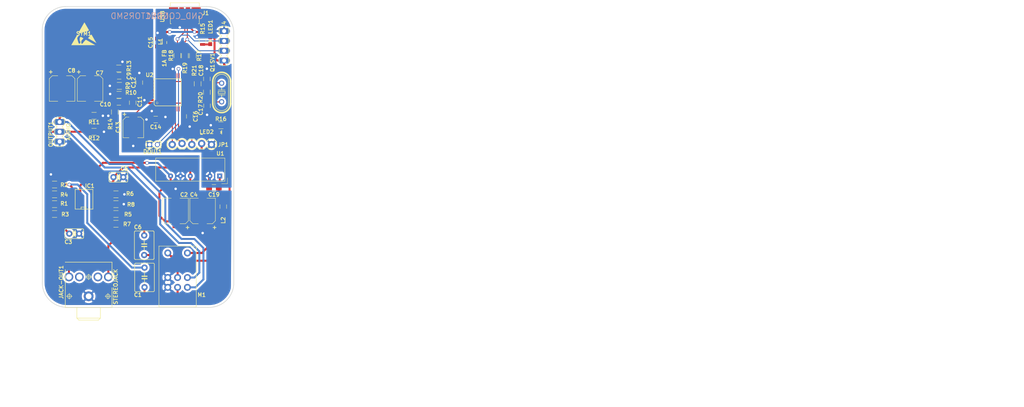
<source format=kicad_pcb>
(kicad_pcb (version 20171130) (host pcbnew "(5.1.6-0-10_14)")
  (title_block (title "USB DAC + CMOY") (date 2020-06-26) (rev 1.0) (company tinoest))
  (layers (0 Top signal) (31 Bottom signal) (34 B.Paste user) (35 F.Paste user) (36 B.SilkS user) (37 F.SilkS user) (38 B.Mask user) (39 F.Mask user) (44 Edge.Cuts user))
  (net 0 "")
  (net 1 GND)
  (net 2 V+)
  (net 3 V-)
  (net 4 INPUT_R)
  (net 5 INPUT_L)
  (net 6 OUTPUT_R)
  (net 7 OUTPUT_L)
  (net 8 AGND)
  (net 9 VDD)
  (net 10 /CMOY/L+)
  (net 11 /CMOY/VOLUME-OUT-L)
  (net 12 /CMOY/R+)
  (net 13 /CMOY/VOLUME-OUT-R)
  (net 14 /PCM2707/N$23)
  (net 15 /PCM2707/N$18)
  (net 16 /PCM2707/N$16)
  (net 17 /PCM2707/N$4)
  (net 18 /PCM2707/N$2)
  (net 19 /PCM2707/N$7)
  (net 20 /PCM2707/N$8)
  (net 21 /PCM2707/N$6)
  (net 22 /CMOY/OP-R)
  (net 23 /CMOY/R-)
  (net 24 /CMOY/L-)
  (net 25 /CMOY/OP-L)
  (net 26 VBUS)
  (net 27 /PCM2707/D-)
  (net 28 /PCM2707/D+)
  (net 29 /PCM2707/N$5)
  (net 30 /PCM2707/N$3)
  (net 31 /PCM2707/N$1)
  (net 32 /PCM2707/N$14)
  (net 33 /PCM2707//SSPND)
  (net 34 /PCM2707/N$22)
  (net 35 /PCM2707/N$21)
  (net 36 /PCM2707/N$9)
  (net 37 /PCM2707/N$10)
  (net 38 /PCM2707/N$15)
  (net 39 /PCM2707/N$17)
  (net 40 /PCM2707/N$13)
  (net 41 "Net-(C15-Pad1)")
  (net 42 "Net-(C19-Pad1)")
  (net 43 "Net-(L2-Pad1)")
  (module Symbols:ESD-Logo_6.6x6mm_SilkScreen (layer Top) (at 112.268 81.534)
    (fp_text reference SYM1 (at 0 0) (layer F.SilkS) (effects (font (thickness 0.2))))
    (fp_text value SYM_ESD_Small hide)
  )
  (module PCM2707:AUDIO-POTS_ALPS_RK0971221Z0X (layer Top) (at 136.525 144.6022 270)
    (fp_text reference M1 (at 4.4958 -6.223) (layer F.SilkS) (effects (font (thickness 0.2))))
    (fp_text value AUDIO-POTS_ALPS_RK0971221Z05)
    (pad S2 thru_hole circle (at -6.35 -2.54 270) (size 1.778 1.778) (drill 1.016) (layers *.Cu *.Paste *.Mask) (net 43 "Net-(L2-Pad1)"))
    (pad S1 thru_hole circle (at -6.35 2.54 270) (size 1.778 1.778) (drill 1.016) (layers *.Cu *.Paste *.Mask) (net 26 VBUS))
    (pad O2 thru_hole circle (at 0 0 270) (size 1.778 1.778) (drill 1.016) (layers *.Cu *.Paste *.Mask) (net 13 /CMOY/VOLUME-OUT-R))
    (pad O1 thru_hole circle (at 2.54 0 270) (size 1.778 1.778) (drill 1.016) (layers *.Cu *.Paste *.Mask) (net 11 /CMOY/VOLUME-OUT-L))
    (pad I2 thru_hole circle (at 0 -2.54 270) (size 1.778 1.778) (drill 1.016) (layers *.Cu *.Paste *.Mask) (net 4 INPUT_R))
    (pad I1 thru_hole circle (at 2.54 -2.54 270) (size 1.778 1.778) (drill 1.016) (layers *.Cu *.Paste *.Mask) (net 5 INPUT_L))
    (pad G2 thru_hole circle (at 0 2.54 270) (size 1.778 1.778) (drill 1.016) (layers *.Cu *.Paste *.Mask) (net 8 AGND))
    (pad G1 thru_hole circle (at 2.54 2.54 270) (size 1.778 1.778) (drill 1.016) (layers *.Cu *.Paste *.Mask) (net 8 AGND))
  )
  (module Capacitors_SMD:C_0805_HandSoldering (layer Top) (at 148.336 126.258 90)
    (fp_text reference L2 (at -3.536 0 90) (layer F.SilkS) (effects (font (thickness 0.2))))
    (fp_text value L)
    (pad 1 smd rect (at -1.25 0 90) (size 1.5 1.25) (layers Top F.Paste F.Mask) (net 43 "Net-(L2-Pad1)"))
    (pad 2 smd rect (at 1.25 0 90) (size 1.5 1.25) (layers Top F.Paste F.Mask) (net 42 "Net-(C19-Pad1)"))
  )
  (module SMD_Packages:SOIC-8-N (layer Top) (at 112.3188 124.3584 90)
    (fp_text reference IC1 (at 3.4544 1.4732 180) (layer F.SilkS) (effects (font (thickness 0.2))))
    (fp_text value OPA2134P)
    (pad 8 smd rect (at -1.905 -3.175 90) (size 0.508 1.143) (layers Top F.Paste F.Mask) (net 2 V+))
    (pad 7 smd rect (at -0.635 -3.175 90) (size 0.508 1.143) (layers Top F.Paste F.Mask) (net 25 /CMOY/OP-L))
    (pad 6 smd rect (at 0.635 -3.175 90) (size 0.508 1.143) (layers Top F.Paste F.Mask) (net 24 /CMOY/L-))
    (pad 5 smd rect (at 1.905 -3.175 90) (size 0.508 1.143) (layers Top F.Paste F.Mask) (net 10 /CMOY/L+))
    (pad 4 smd rect (at 1.905 3.175 90) (size 0.508 1.143) (layers Top F.Paste F.Mask) (net 3 V-))
    (pad 3 smd rect (at 0.635 3.175 90) (size 0.508 1.143) (layers Top F.Paste F.Mask) (net 12 /CMOY/R+))
    (pad 2 smd rect (at -0.635 3.175 90) (size 0.508 1.143) (layers Top F.Paste F.Mask) (net 23 /CMOY/R-))
    (pad 1 smd rect (at -1.905 3.175 90) (size 0.508 1.143) (layers Top F.Paste F.Mask) (net 22 /CMOY/OP-R))
  )
  (module Capacitors_SMD:C_0805_HandSoldering (layer Top) (at 145.923 121.412 180)
    (fp_text reference C19 (at 0 -1.75) (layer F.SilkS) (effects (font (thickness 0.2))))
    (fp_text value C)
    (pad 1 smd rect (at -1.25 0 180) (size 1.5 1.25) (layers Top F.Paste F.Mask) (net 42 "Net-(C19-Pad1)"))
    (pad 2 smd rect (at 1.25 0 180) (size 1.5 1.25) (layers Top F.Paste F.Mask) (net 1 GND))
  )
  (module PCM2707:PCM2707C (layer Top) (at 133.9596 96.6978 90)
    (fp_text reference U2 (at 4.4958 -4.6736 180) (layer F.SilkS) (effects (font (thickness 0.2))))
    (fp_text value PCM2707C)
    (pad 1 smd rect (at -4.2926 -2.79908 90) (size 1.27 0.5588) (layers Top F.Paste F.Mask) (net 1 GND))
    (pad 2 smd rect (at -4.2926 -1.99898 90) (size 1.27 0.5588) (layers Top F.Paste F.Mask) (net 18 /PCM2707/N$2))
    (pad 3 smd rect (at -4.2926 -1.19888 90) (size 1.27 0.5588) (layers Top F.Paste F.Mask) (net 1 GND))
    (pad 4 smd rect (at -4.2926 -0.39878 90) (size 1.27 0.5588) (layers Top F.Paste F.Mask))
    (pad 5 smd rect (at -4.2926 0.39878 90) (size 1.27 0.5588) (layers Top F.Paste F.Mask))
    (pad 6 smd rect (at -4.2926 1.19888 90) (size 1.27 0.5588) (layers Top F.Paste F.Mask) (net 31 /PCM2707/N$1))
    (pad 7 smd rect (at -4.2926 1.99898 90) (size 1.27 0.5588) (layers Top F.Paste F.Mask) (net 30 /PCM2707/N$3))
    (pad 8 smd rect (at -4.2926 2.79908 90) (size 1.27 0.5588) (layers Top F.Paste F.Mask) (net 29 /PCM2707/N$5))
    (pad 9 smd rect (at -2.79908 4.2926 90) (size 0.5588 1.27) (layers Top F.Paste F.Mask) (net 9 VDD))
    (pad 10 smd rect (at -1.99898 4.2926 90) (size 0.5588 1.27) (layers Top F.Paste F.Mask) (net 9 VDD))
    (pad 11 smd rect (at -1.19888 4.2926 90) (size 0.5588 1.27) (layers Top F.Paste F.Mask) (net 33 /PCM2707//SSPND))
    (pad 12 smd rect (at -0.39878 4.2926 90) (size 0.5588 1.27) (layers Top F.Paste F.Mask) (net 19 /PCM2707/N$7))
    (pad 13 smd rect (at 0.39878 4.2926 90) (size 0.5588 1.27) (layers Top F.Paste F.Mask) (net 20 /PCM2707/N$8))
    (pad 14 smd rect (at 1.19888 4.2926 90) (size 0.5588 1.27) (layers Top F.Paste F.Mask))
    (pad 15 smd rect (at 1.99898 4.2926 90) (size 0.5588 1.27) (layers Top F.Paste F.Mask) (net 38 /PCM2707/N$15))
    (pad 16 smd rect (at 2.79908 4.2926 90) (size 0.5588 1.27) (layers Top F.Paste F.Mask) (net 9 VDD))
    (pad 17 smd rect (at 4.2926 2.79908 90) (size 1.27 0.5588) (layers Top F.Paste F.Mask) (net 21 /PCM2707/N$6))
    (pad 18 smd rect (at 4.2926 1.99898 90) (size 1.27 0.5588) (layers Top F.Paste F.Mask))
    (pad 19 smd rect (at 4.2926 1.19888 90) (size 1.27 0.5588) (layers Top F.Paste F.Mask))
    (pad 20 smd rect (at 4.2926 0.39878 90) (size 1.27 0.5588) (layers Top F.Paste F.Mask) (net 1 GND))
    (pad 21 smd rect (at 4.2926 -0.39878 90) (size 1.27 0.5588) (layers Top F.Paste F.Mask) (net 9 VDD))
    (pad 22 smd rect (at 4.2926 -1.19888 90) (size 1.27 0.5588) (layers Top F.Paste F.Mask) (net 37 /PCM2707/N$10))
    (pad 23 smd rect (at 4.2926 -1.99898 90) (size 1.27 0.5588) (layers Top F.Paste F.Mask) (net 36 /PCM2707/N$9))
    (pad 24 smd rect (at 4.2926 -2.79908 90) (size 1.27 0.5588) (layers Top F.Paste F.Mask) (net 41 "Net-(C15-Pad1)"))
    (pad 25 smd rect (at 2.79908 -4.2926 90) (size 0.5588 1.27) (layers Top F.Paste F.Mask) (net 8 AGND))
    (pad 26 smd rect (at 1.99898 -4.2926 90) (size 0.5588 1.27) (layers Top F.Paste F.Mask) (net 8 AGND))
    (pad 27 smd rect (at 1.19888 -4.2926 90) (size 0.5588 1.27) (layers Top F.Paste F.Mask) (net 16 /PCM2707/N$16))
    (pad 28 smd rect (at 0.39878 -4.2926 90) (size 0.5588 1.27) (layers Top F.Paste F.Mask) (net 14 /PCM2707/N$23))
    (pad 29 smd rect (at -0.39878 -4.2926 90) (size 0.5588 1.27) (layers Top F.Paste F.Mask) (net 35 /PCM2707/N$21))
    (pad 30 smd rect (at -1.19888 -4.2926 90) (size 0.5588 1.27) (layers Top F.Paste F.Mask) (net 40 /PCM2707/N$13))
    (pad 31 smd rect (at -1.99898 -4.2926 90) (size 0.5588 1.27) (layers Top F.Paste F.Mask) (net 8 AGND))
    (pad 32 smd rect (at -2.79908 -4.2926 90) (size 0.5588 1.27) (layers Top F.Paste F.Mask) (net 17 /PCM2707/N$4))
  )
  (module PCM2707:CON-MOLEX_87758-0216 (layer Top) (at 130.2893 110.2233 90)
    (fp_text reference DOUT1 (at -1.7907 -0.2413 180) (layer F.SilkS) (effects (font (thickness 0.2))))
    (fp_text value 87758-0216)
    (pad 2 thru_hole circle (at 0 -0.99822 90) (size 1.27 1.27) (drill 0.89916) (layers *.Cu *.Paste *.Mask) (net 1 GND))
    (pad 1 thru_hole circle (at 0 0.99822 90) (size 1.27 1.27) (drill 0.89916) (layers *.Cu *.Paste *.Mask) (net 21 /PCM2707/N$6))
  )
  (module Converters_DCDC_ACDC:DCDC-Conv_muRata_NMAxxxxSC (layer Top) (at 147.4216 118.3386 270)
    (fp_text reference U1 (at -5.8166 -0.1524) (layer F.SilkS) (effects (font (thickness 0.2))))
    (fp_text value NMA0512SC)
    (pad 1 thru_hole rect (at 0 0 270) (size 1.27 1.27) (drill 0.508) (layers *.Cu *.Mask) (net 42 "Net-(C19-Pad1)"))
    (pad 2 thru_hole oval (at 0 2.54 270) (size 1.27 1.27) (drill 0.508) (layers *.Cu *.Mask) (net 1 GND))
    (pad 4 thru_hole oval (at 0 7.62 270) (size 1.27 1.27) (drill 0.508) (layers *.Cu *.Mask) (net 3 V-))
    (pad 5 thru_hole oval (at 0 10.16 270) (size 1.27 1.27) (drill 0.508) (layers *.Cu *.Mask) (net 8 AGND))
    (pad 6 thru_hole oval (at 0 12.7 270) (size 1.27 1.27) (drill 0.508) (layers *.Cu *.Mask) (net 2 V+))
  )
  (module Capacitors_SMD:CP_Elec_6.3x5.3 (layer Top) (at 143.002 127.381 90)
    (fp_text reference C4 (at 4.191 -2.286 180) (layer F.SilkS) (effects (font (thickness 0.2))))
    (fp_text value 220uF)
    (fp_text user + (at -4.28 3.01 90) (layer F.SilkS) (effects (font (thickness 0.2))))
    (pad 1 smd rect (at -2.7 0 270) (size 3.5 1.6) (layers Top F.Paste F.Mask) (net 8 AGND))
    (pad 2 smd rect (at 2.7 0 270) (size 3.5 1.6) (layers Top F.Paste F.Mask) (net 3 V-))
  )
  (module CMOY:STX3100 (layer Top) (at 113.411 152.146 90)
    (fp_text reference JACK-OUT1 (at 6.35 -6.985 90) (layer F.SilkS) (effects (font (thickness 0.2))))
    (fp_text value STEREOJACK (at 5.15874 7.08406 90) (layer F.SilkS) (effects (font (thickness 0.2))))
    (pad 1 thru_hole circle (at 2.69748 0.09906 90) (size 2.54 2.54) (drill 1.4986) (layers *.Cu *.Paste *.Mask) (net 8 AGND))
    (pad 2 thru_hole circle (at 7.69874 -4.99872 90) (size 2.2479 2.2479) (drill 1.4986) (layers *.Cu *.Paste *.Mask) (net 7 OUTPUT_L))
    (pad 3 thru_hole circle (at 7.69874 -2.2987 90) (size 2.2479 2.2479) (drill 1.4986) (layers *.Cu *.Paste *.Mask))
    (pad 4 thru_hole circle (at 7.69874 2.49936 90) (size 2.2479 2.2479) (drill 1.4986) (layers *.Cu *.Paste *.Mask))
    (pad 5 thru_hole circle (at 7.69874 5.19938 90) (size 2.2479 2.2479) (drill 1.4986) (layers *.Cu *.Paste *.Mask) (net 6 OUTPUT_R))
  )
  (module Capacitors_SMD:CP_Elec_6.3x5.3 (layer Top) (at 136.017 127.381 90)
    (fp_text reference C2 (at 4.191 2.159 180) (layer F.SilkS) (effects (font (thickness 0.2))))
    (fp_text value 220uF)
    (fp_text user + (at -4.28 3.01 90) (layer F.SilkS) (effects (font (thickness 0.2))))
    (pad 1 smd rect (at -2.7 0 270) (size 3.5 1.6) (layers Top F.Paste F.Mask) (net 2 V+))
    (pad 2 smd rect (at 2.7 0 270) (size 3.5 1.6) (layers Top F.Paste F.Mask) (net 8 AGND))
  )
  (module Capacitors_SMD:C_0805 (layer Top) (at 131.318 83.82 90)
    (fp_text reference C15 (at 0 -1.778 90) (layer F.SilkS) (effects (font (thickness 0.2))))
    (fp_text value 1uF)
    (pad 1 smd rect (at -1 0 90) (size 1 1.25) (layers Top F.Paste F.Mask) (net 41 "Net-(C15-Pad1)"))
    (pad 2 smd rect (at 1 0 90) (size 1 1.25) (layers Top F.Paste F.Mask) (net 1 GND))
  )
  (module Resistors_SMD:R_0805 (layer Top) (at 121.4628 95.0214)
    (fp_text reference R9 (at 2.2352 -0.0254 90) (layer F.SilkS) (effects (font (thickness 0.2))))
    (fp_text value 3.3kOhm)
    (pad 1 smd rect (at -0.95 0) (size 0.7 1.3) (layers Top F.Paste F.Mask) (net 8 AGND))
    (pad 2 smd rect (at 0.95 0) (size 0.7 1.3) (layers Top F.Paste F.Mask) (net 14 /PCM2707/N$23))
  )
  (module CMOY:CAPACITOR-WIMA_C5B5 (layer Top) (at 127.9652 144.5768 270)
    (fp_text reference C1 (at 4.5212 1.7272) (layer F.SilkS) (effects (font (thickness 0.2))))
    (fp_text value 0.1uF)
    (pad 1 thru_hole circle (at -2.54 0 270) (size 1.6002 3.2004) (drill 0.8128) (layers *.Cu *.Paste *.Mask) (net 10 /CMOY/L+))
    (pad 2 thru_hole circle (at 2.54 0 270) (size 1.6002 3.2004) (drill 0.8128) (layers *.Cu *.Paste *.Mask) (net 11 /CMOY/VOLUME-OUT-L))
  )
  (module CMOY:CAPACITOR-WIMA_C2.5-2 (layer Top) (at 109.7788 133.2484 180)
    (fp_text reference C3 (at 1.524 -2.159 180) (layer F.SilkS) (effects (font (thickness 0.2))))
    (fp_text value 0.068uF)
    (pad 1 thru_hole circle (at -1.27 0 180) (size 1.6002 3.2004) (drill 0.8128) (layers *.Cu *.Paste *.Mask) (net 8 AGND))
    (pad 2 thru_hole circle (at 1.27 0 180) (size 1.6002 3.2004) (drill 0.8128) (layers *.Cu *.Paste *.Mask) (net 2 V+))
  )
  (module CMOY:CAPACITOR-WIMA_C2.5-2 (layer Top) (at 121.2088 118.6434)
    (fp_text reference C5 (at 1.524 -2.159) (layer F.SilkS) (effects (font (thickness 0.2))))
    (fp_text value 0.068uF)
    (pad 1 thru_hole circle (at -1.27 0) (size 1.6002 3.2004) (drill 0.8128) (layers *.Cu *.Paste *.Mask) (net 3 V-))
    (pad 2 thru_hole circle (at 1.27 0) (size 1.6002 3.2004) (drill 0.8128) (layers *.Cu *.Paste *.Mask) (net 8 AGND))
  )
  (module PCM2707:GND_CONNECTOR (layer Bottom) (at 131.191 76.962)
    (fp_text reference CON1 (at 0 0) (layer B.SilkS) (effects (font (size 1.524 1.524)) (justify mirror)))
    (fp_text value GND_CONNECTORSMD (at 0 0) (layer B.SilkS) (effects (font (size 1.524 1.524)) (justify mirror)))
    (pad 1 smd rect (at -1.27 0) (size 1.27 0.635) (layers Bottom B.Paste B.Mask) (net 8 AGND))
    (pad 2 smd rect (at 0 0) (size 1.27 0.635) (layers Bottom B.Paste B.Mask) (net 1 GND))
  )
  (module PCM2707:MOLEX-47346-0001_MOLEX_47346-0001 (layer Top) (at 138.3919 78.3209 180)
    (fp_text reference J1 (at -5.3721 2.1209 180) (layer F.SilkS) (effects (font (thickness 0.2))))
    (fp_text value USB (at 5.8039 1.2319 270) (layer F.SilkS) (effects (font (thickness 0.2))))
    (pad 1 smd rect (at -1.29794 0 270) (size 1.37922 0.44958) (layers Top F.Paste F.Mask) (net 26 VBUS))
    (pad 2 smd rect (at -0.6477 0 270) (size 1.37922 0.44958) (layers Top F.Paste F.Mask) (net 27 /PCM2707/D-))
    (pad 3 smd rect (at 0 0 270) (size 1.37922 0.44958) (layers Top F.Paste F.Mask) (net 28 /PCM2707/D+))
    (pad 4 smd rect (at 0.6477 0 270) (size 1.37922 0.44958) (layers Top F.Paste F.Mask))
    (pad 5 smd rect (at 1.29794 0 270) (size 1.37922 0.44958) (layers Top F.Paste F.Mask) (net 1 GND))
    (pad M1 smd rect (at -2.46126 0.35814) (size 1.4732 2.09804) (layers Top F.Paste F.Mask))
    (pad M2 smd rect (at 2.46126 0.35814) (size 1.4732 2.09804) (layers Top F.Paste F.Mask))
    (pad M3 smd rect (at -2.91084 2.65938 180) (size 2.3749 1.89992) (layers Top F.Paste F.Mask))
    (pad M4 smd rect (at -0.81788 2.65938 180) (size 1.17348 1.89992) (layers Top F.Paste F.Mask))
    (pad M5 smd rect (at 0.84836 2.65938 180) (size 1.17348 1.89992) (layers Top F.Paste F.Mask))
    (pad M6 smd rect (at 2.91084 2.65938 180) (size 2.3749 1.89992) (layers Top F.Paste F.Mask))
  )
  (module PCM2707:CONNECTORS_1X05_LOCK (layer Top) (at 145.288 110.0709 180)
    (fp_text reference JP1 (at -3.048 -0.1651 180) (layer F.SilkS) (effects (font (thickness 0.2))))
    (fp_text value ~ (at 2.54 2.54 180) (layer F.SilkS) (effects (font (thickness 0.2))))
    (pad 1 thru_hole circle (at 0 -0.127 180) (size 1.8796 1.8796) (drill 1.016) (layers *.Cu *.Paste *.Mask) (net 1 GND))
    (pad 2 thru_hole circle (at 2.54 0.127 180) (size 1.8796 1.8796) (drill 1.016) (layers *.Cu *.Paste *.Mask) (net 26 VBUS))
    (pad 3 thru_hole circle (at 5.08 -0.127 180) (size 1.8796 1.8796) (drill 1.016) (layers *.Cu *.Paste *.Mask) (net 29 /PCM2707/N$5))
    (pad 4 thru_hole circle (at 7.62 0.127 180) (size 1.8796 1.8796) (drill 1.016) (layers *.Cu *.Paste *.Mask) (net 30 /PCM2707/N$3))
    (pad 5 thru_hole circle (at 10.16 -0.127 180) (size 1.8796 1.8796) (drill 1.016) (layers *.Cu *.Paste *.Mask) (net 31 /PCM2707/N$1))
  )
  (module PCM2707:PASSIVES_0805 (layer Top) (at 133.1214 83.82 90)
    (fp_text reference L1 (at 0.254 -1.0287 90) (layer F.SilkS) (effects (font (thickness 0.2))))
    (fp_text value "1A FB" (at -4.064 -0.0254 90) (layer F.SilkS) (effects (font (thickness 0.2))))
    (pad 1 smd rect (at -0.95 0 90) (size 0.9 1.2) (layers Top F.Paste F.Mask) (net 41 "Net-(C15-Pad1)"))
    (pad 2 smd rect (at 0.95 0 90) (size 0.9 1.2) (layers Top F.Paste F.Mask) (net 26 VBUS))
  )
  (module PCM2707:CON-LSTB_MA03-1 (layer Top) (at 106.0069 106.8959 90)
    (fp_text reference OUTPUT1 (at -0.635 -2.286 90) (layer F.SilkS) (effects (font (thickness 0.2))))
    (fp_text value AUDIO (at 0 2.286 90) (layer F.SilkS) (effects (font (thickness 0.2))))
    (pad 1 thru_hole oval (at -2.54 0 270) (size 1.524 3.048) (drill 1.016) (layers *.Cu *.Paste *.Mask) (net 8 AGND))
    (pad 2 thru_hole oval (at 0 0 270) (size 1.524 3.048) (drill 1.016) (layers *.Cu *.Paste *.Mask) (net 4 INPUT_R))
    (pad 3 thru_hole oval (at 2.54 0 270) (size 1.524 3.048) (drill 1.016) (layers *.Cu *.Paste *.Mask) (net 5 INPUT_L))
  )
  (module PCM2707:CRYSTAL_HC49U-V (layer Top) (at 147.9169 96.7359 90)
    (fp_text reference Q1 (at 6.3119 -2.3749 90) (layer F.SilkS) (effects (font (thickness 0.2))))
    (fp_text value 12MHz)
    (pad 1 thru_hole circle (at -2.413 0 90) (size 1.3208 1.3208) (drill 0.8128) (layers *.Cu *.Paste *.Mask) (net 19 /PCM2707/N$7))
    (pad 2 thru_hole circle (at 2.413 0 90) (size 1.3208 1.3208) (drill 0.8128) (layers *.Cu *.Paste *.Mask) (net 20 /PCM2707/N$8))
  )
  (module PCM2707:CON-LSTB_MA04-1 (layer Top) (at 148.5519 84.6709 90)
    (fp_text reference SV1 (at -3.2131 -3.0099 270) (layer F.SilkS) (effects (font (thickness 0.2))))
    (fp_text value USB-WIRE)
    (fp_text user 4 (at 5.969 0 90) (layer F.SilkS) (effects (font (thickness 0.2))))
    (pad 1 thru_hole oval (at -3.81 0 270) (size 1.524 3.048) (drill 1.016) (layers *.Cu *.Paste *.Mask) (net 26 VBUS))
    (pad 2 thru_hole oval (at -1.27 0 270) (size 1.524 3.048) (drill 1.016) (layers *.Cu *.Paste *.Mask) (net 27 /PCM2707/D-))
    (pad 3 thru_hole oval (at 1.27 0 270) (size 1.524 3.048) (drill 1.016) (layers *.Cu *.Paste *.Mask) (net 28 /PCM2707/D+))
    (pad 4 thru_hole oval (at 3.81 0 270) (size 1.524 3.048) (drill 1.016) (layers *.Cu *.Paste *.Mask) (net 1 GND))
  )
  (module PCM2707:LED_LED-0603 (layer Top) (at 144.9705 83.3501 180)
    (fp_text reference LED1 (at -0.0635 3.5941 270) (layer F.SilkS) (effects (font (thickness 0.2))))
    (fp_text value Blue)
    (pad 1 smd rect (at 0 0.8763 180) (size 0.99822 0.99822) (layers Top F.Paste F.Mask) (net 26 VBUS))
    (pad 2 smd rect (at 0 -0.8763 180) (size 0.99822 0.99822) (layers Top F.Paste F.Mask) (net 32 /PCM2707/N$14))
  )
  (module PCM2707:LED_LED-0603 (layer Top) (at 147.7518 107.0356 270)
    (fp_text reference LED2 (at -0.1016 3.7338) (layer F.SilkS) (effects (font (thickness 0.2))))
    (fp_text value Blue)
    (pad 1 smd rect (at 0 0.8763 270) (size 0.99822 0.99822) (layers Top F.Paste F.Mask) (net 33 /PCM2707//SSPND))
    (pad 2 smd rect (at 0 -0.8763 270) (size 0.99822 0.99822) (layers Top F.Paste F.Mask) (net 34 /PCM2707/N$22))
  )
  (module CMOY:CAPACITOR-WIMA_C5B5 (layer Top) (at 127.889 136.2456 270)
    (fp_text reference C6 (at -4.6736 1.651) (layer F.SilkS) (effects (font (thickness 0.2))))
    (fp_text value 0.1uF)
    (pad 1 thru_hole circle (at -2.54 0 270) (size 1.6002 3.2004) (drill 0.8128) (layers *.Cu *.Paste *.Mask) (net 12 /CMOY/R+))
    (pad 2 thru_hole circle (at 2.54 0 270) (size 1.6002 3.2004) (drill 0.8128) (layers *.Cu *.Paste *.Mask) (net 13 /CMOY/VOLUME-OUT-R))
  )
  (module Capacitors_SMD:CP_Elec_6.3x5.3 (layer Top) (at 113.8936 95.7072 270)
    (fp_text reference C7 (at -4.0132 -2.4384) (layer F.SilkS) (effects (font (thickness 0.2))))
    (fp_text value 100uF)
    (fp_text user + (at -4.28 3.01 270) (layer F.SilkS) (effects (font (thickness 0.2))))
    (pad 1 smd rect (at -2.7 0 90) (size 3.5 1.6) (layers Top F.Paste F.Mask) (net 14 /PCM2707/N$23))
    (pad 2 smd rect (at 2.7 0 90) (size 3.5 1.6) (layers Top F.Paste F.Mask) (net 5 INPUT_L))
  )
  (module Capacitors_SMD:CP_Elec_6.3x5.3 (layer Top) (at 106.6546 95.7072 270)
    (fp_text reference C8 (at -4.6482 -2.4384) (layer F.SilkS) (effects (font (thickness 0.2))))
    (fp_text value 100uF)
    (fp_text user + (at -4.28 3.01 270) (layer F.SilkS) (effects (font (thickness 0.2))))
    (pad 1 smd rect (at -2.7 0 90) (size 3.5 1.6) (layers Top F.Paste F.Mask) (net 35 /PCM2707/N$21))
    (pad 2 smd rect (at 2.7 0 90) (size 3.5 1.6) (layers Top F.Paste F.Mask) (net 4 INPUT_R))
  )
  (module Capacitors_SMD:C_0805 (layer Top) (at 121.412 92.4306 180)
    (fp_text reference C9 (at -2.54 -0.0254 270) (layer F.SilkS) (effects (font (thickness 0.2))))
    (fp_text value 22nF)
    (pad 1 smd rect (at -1 0 180) (size 1 1.25) (layers Top F.Paste F.Mask) (net 14 /PCM2707/N$23))
    (pad 2 smd rect (at 1 0 180) (size 1 1.25) (layers Top F.Paste F.Mask) (net 15 /PCM2707/N$18))
  )
  (module Capacitors_SMD:C_0805 (layer Top) (at 121.3358 99.1616 180)
    (fp_text reference C10 (at 3.4798 -0.6604) (layer F.SilkS) (effects (font (thickness 0.2))))
    (fp_text value 22nF)
    (pad 1 smd rect (at -1 0 180) (size 1 1.25) (layers Top F.Paste F.Mask) (net 35 /PCM2707/N$21))
    (pad 2 smd rect (at 1 0 180) (size 1 1.25) (layers Top F.Paste F.Mask) (net 39 /PCM2707/N$17))
  )
  (module Capacitors_SMD:C_0805 (layer Top) (at 124.9172 99.3808 90)
    (fp_text reference C11 (at 0.3208 1.8288 90) (layer F.SilkS) (effects (font (thickness 0.2))))
    (fp_text value 1uF)
    (pad 1 smd rect (at -1 0 90) (size 1 1.25) (layers Top F.Paste F.Mask) (net 8 AGND))
    (pad 2 smd rect (at 1 0 90) (size 1 1.25) (layers Top F.Paste F.Mask) (net 40 /PCM2707/N$13))
  )
  (module Capacitors_SMD:C_0805 (layer Top) (at 126.619 94.1832 90)
    (fp_text reference C12 (at 0 -1.5 90) (layer F.SilkS) (effects (font (thickness 0.2))))
    (fp_text value 1uF)
    (pad 1 smd rect (at -1 0 90) (size 1 1.25) (layers Top F.Paste F.Mask) (net 16 /PCM2707/N$16))
    (pad 2 smd rect (at 1 0 90) (size 1 1.25) (layers Top F.Paste F.Mask) (net 8 AGND))
  )
  (module Capacitors_SMD:CP_Elec_5x5.3 (layer Top) (at 125.0442 105.7656 270)
    (fp_text reference C13 (at 0 3.92 270) (layer F.SilkS) (effects (font (thickness 0.2))))
    (fp_text value 10uF)
    (fp_text user + (at -3.38 2.34 270) (layer F.SilkS) (effects (font (thickness 0.2))))
    (pad 1 smd rect (at -2.2 0 90) (size 3 1.6) (layers Top F.Paste F.Mask) (net 17 /PCM2707/N$4))
    (pad 2 smd rect (at 2.2 0 90) (size 3 1.6) (layers Top F.Paste F.Mask) (net 1 GND))
  )
  (module Capacitors_SMD:C_0805 (layer Top) (at 130.8608 103.7336)
    (fp_text reference C14 (at 0 1.9304) (layer F.SilkS) (effects (font (thickness 0.2))))
    (fp_text value 1uF)
    (pad 1 smd rect (at -1 0) (size 1 1.25) (layers Top F.Paste F.Mask) (net 1 GND))
    (pad 2 smd rect (at 1 0) (size 1 1.25) (layers Top F.Paste F.Mask) (net 18 /PCM2707/N$2))
  )
  (module Capacitors_SMD:C_0805 (layer Top) (at 139.6746 102.9208 270)
    (fp_text reference C16 (at 0 -1.5 270) (layer F.SilkS) (effects (font (thickness 0.2))))
    (fp_text value 1uF)
    (pad 1 smd rect (at -1 0 270) (size 1 1.25) (layers Top F.Paste F.Mask) (net 9 VDD))
    (pad 2 smd rect (at 1 0 270) (size 1 1.25) (layers Top F.Paste F.Mask) (net 1 GND))
  )
  (module Capacitors_SMD:C_0805 (layer Top) (at 144.145 100.1776 270)
    (fp_text reference C17 (at 1.0414 1.651 270) (layer F.SilkS) (effects (font (thickness 0.2))))
    (fp_text value 22pF)
    (pad 1 smd rect (at -1 0 270) (size 1 1.25) (layers Top F.Paste F.Mask) (net 19 /PCM2707/N$7))
    (pad 2 smd rect (at 1 0 270) (size 1 1.25) (layers Top F.Paste F.Mask) (net 1 GND))
  )
  (module Capacitors_SMD:C_0805 (layer Top) (at 144.0942 93.218 90)
    (fp_text reference C18 (at 2.159 -1.5 90) (layer F.SilkS) (effects (font (thickness 0.2))))
    (fp_text value 22pF)
    (pad 1 smd rect (at -1 0 90) (size 1 1.25) (layers Top F.Paste F.Mask) (net 20 /PCM2707/N$8))
    (pad 2 smd rect (at 1 0 90) (size 1 1.25) (layers Top F.Paste F.Mask) (net 1 GND))
  )
  (module Resistors_SMD:R_0805 (layer Top) (at 104.6988 125.6284)
    (fp_text reference R1 (at 2.4892 -0.1524) (layer F.SilkS) (effects (font (thickness 0.2))))
    (fp_text value 47R)
    (pad 1 smd rect (at -0.95 0) (size 0.7 1.3) (layers Top F.Paste F.Mask) (net 7 OUTPUT_L))
    (pad 2 smd rect (at 0.95 0) (size 0.7 1.3) (layers Top F.Paste F.Mask) (net 25 /CMOY/OP-L))
  )
  (module Resistors_SMD:R_0805 (layer Top) (at 104.6988 120.5484)
    (fp_text reference R2 (at 2.4892 0.1016) (layer F.SilkS) (effects (font (thickness 0.2))))
    (fp_text value 100k)
    (pad 1 smd rect (at -0.95 0) (size 0.7 1.3) (layers Top F.Paste F.Mask) (net 8 AGND))
    (pad 2 smd rect (at 0.95 0) (size 0.7 1.3) (layers Top F.Paste F.Mask) (net 10 /CMOY/L+))
  )
  (module Resistors_SMD:R_0805 (layer Top) (at 104.6988 128.1684)
    (fp_text reference R3 (at 2.7432 0.1016) (layer F.SilkS) (effects (font (thickness 0.2))))
    (fp_text value 10k)
    (pad 1 smd rect (at -0.95 0) (size 0.7 1.3) (layers Top F.Paste F.Mask) (net 7 OUTPUT_L))
    (pad 2 smd rect (at 0.95 0) (size 0.7 1.3) (layers Top F.Paste F.Mask) (net 24 /CMOY/L-))
  )
  (module Resistors_SMD:R_0805 (layer Top) (at 104.6988 123.0884)
    (fp_text reference R4 (at 2.4892 0.1016) (layer F.SilkS) (effects (font (thickness 0.2))))
    (fp_text value 2k)
    (pad 1 smd rect (at -0.95 0) (size 0.7 1.3) (layers Top F.Paste F.Mask) (net 8 AGND))
    (pad 2 smd rect (at 0.95 0) (size 0.7 1.3) (layers Top F.Paste F.Mask) (net 24 /CMOY/L-))
  )
  (module Resistors_SMD:R_0805 (layer Top) (at 120.5738 128.1684 180)
    (fp_text reference R5 (at -3.1242 -0.1016 180) (layer F.SilkS) (effects (font (thickness 0.2))))
    (fp_text value 47R)
    (pad 1 smd rect (at -0.95 0 180) (size 0.7 1.3) (layers Top F.Paste F.Mask) (net 6 OUTPUT_R))
    (pad 2 smd rect (at 0.95 0 180) (size 0.7 1.3) (layers Top F.Paste F.Mask) (net 22 /CMOY/OP-R))
  )
  (module Resistors_SMD:R_0805 (layer Top) (at 120.5738 123.0884 180)
    (fp_text reference R6 (at -3.6322 0.1524 180) (layer F.SilkS) (effects (font (thickness 0.2))))
    (fp_text value 100k)
    (pad 1 smd rect (at -0.95 0 180) (size 0.7 1.3) (layers Top F.Paste F.Mask) (net 8 AGND))
    (pad 2 smd rect (at 0.95 0 180) (size 0.7 1.3) (layers Top F.Paste F.Mask) (net 12 /CMOY/R+))
  )
  (module Resistors_SMD:R_0805 (layer Top) (at 120.5738 130.7084 180)
    (fp_text reference R7 (at -2.8702 -0.1016 180) (layer F.SilkS) (effects (font (thickness 0.2))))
    (fp_text value 10k)
    (pad 1 smd rect (at -0.95 0 180) (size 0.7 1.3) (layers Top F.Paste F.Mask) (net 6 OUTPUT_R))
    (pad 2 smd rect (at 0.95 0 180) (size 0.7 1.3) (layers Top F.Paste F.Mask) (net 23 /CMOY/R-))
  )
  (module Resistors_SMD:R_0805 (layer Top) (at 120.5738 125.6284 180)
    (fp_text reference R8 (at -3.8862 -0.1016 180) (layer F.SilkS) (effects (font (thickness 0.2))))
    (fp_text value 2k)
    (pad 1 smd rect (at -0.95 0 180) (size 0.7 1.3) (layers Top F.Paste F.Mask) (net 8 AGND))
    (pad 2 smd rect (at 0.95 0 180) (size 0.7 1.3) (layers Top F.Paste F.Mask) (net 23 /CMOY/R-))
  )
  (module Resistors_SMD:R_0805 (layer Top) (at 121.3866 97.3328)
    (fp_text reference R10 (at 3.0734 -0.5588) (layer F.SilkS) (effects (font (thickness 0.2))))
    (fp_text value 3.3kOhm)
    (pad 1 smd rect (at -0.95 0) (size 0.7 1.3) (layers Top F.Paste F.Mask) (net 8 AGND))
    (pad 2 smd rect (at 0.95 0) (size 0.7 1.3) (layers Top F.Paste F.Mask) (net 35 /PCM2707/N$21))
  )
  (module Resistors_SMD:R_0805 (layer Top) (at 114.9096 102.7684 180)
    (fp_text reference R11 (at 0 -1.65 180) (layer F.SilkS) (effects (font (thickness 0.2))))
    (fp_text value 3.3kOhm)
    (pad 1 smd rect (at -0.95 0 180) (size 0.7 1.3) (layers Top F.Paste F.Mask) (net 8 AGND))
    (pad 2 smd rect (at 0.95 0 180) (size 0.7 1.3) (layers Top F.Paste F.Mask) (net 5 INPUT_L))
  )
  (module Resistors_SMD:R_0805 (layer Top) (at 114.9096 106.9086 180)
    (fp_text reference R12 (at 0 -1.65 180) (layer F.SilkS) (effects (font (thickness 0.2))))
    (fp_text value 3.3kOhm)
    (pad 1 smd rect (at -0.95 0 180) (size 0.7 1.3) (layers Top F.Paste F.Mask) (net 8 AGND))
    (pad 2 smd rect (at 0.95 0 180) (size 0.7 1.3) (layers Top F.Paste F.Mask) (net 4 INPUT_R))
  )
  (module Resistors_SMD:R_0805 (layer Top) (at 121.3104 90.5256 180)
    (fp_text reference R13 (at -2.6416 0.6096 270) (layer F.SilkS) (effects (font (thickness 0.2))))
    (fp_text value 16Ohm)
    (pad 1 smd rect (at -0.95 0 180) (size 0.7 1.3) (layers Top F.Paste F.Mask) (net 8 AGND))
    (pad 2 smd rect (at 0.95 0 180) (size 0.7 1.3) (layers Top F.Paste F.Mask) (net 15 /PCM2707/N$18))
  )
  (module Resistors_SMD:R_0805 (layer Top) (at 120.2944 101.8032 90)
    (fp_text reference R14 (at -3.0988 -1.1684 90) (layer F.SilkS) (effects (font (thickness 0.2))))
    (fp_text value 16Ohm)
    (pad 1 smd rect (at -0.95 0 90) (size 0.7 1.3) (layers Top F.Paste F.Mask) (net 8 AGND))
    (pad 2 smd rect (at 0.95 0 90) (size 0.7 1.3) (layers Top F.Paste F.Mask) (net 39 /PCM2707/N$17))
  )
  (module Resistors_SMD:R_0805 (layer Top) (at 142.9766 83.3628 270)
    (fp_text reference R15 (at -3.0988 -0.0254 270) (layer F.SilkS) (effects (font (thickness 0.2))))
    (fp_text value 560Ohm)
    (pad 1 smd rect (at -0.95 0 270) (size 0.7 1.3) (layers Top F.Paste F.Mask) (net 1 GND))
    (pad 2 smd rect (at 0.95 0 270) (size 0.7 1.3) (layers Top F.Paste F.Mask) (net 32 /PCM2707/N$14))
  )
  (module Resistors_SMD:R_0805 (layer Top) (at 147.7264 105.2322)
    (fp_text reference R16 (at 0 -1.65) (layer F.SilkS) (effects (font (thickness 0.2))))
    (fp_text value 330Ohm)
    (pad 1 smd rect (at -0.95 0) (size 0.7 1.3) (layers Top F.Paste F.Mask) (net 1 GND))
    (pad 2 smd rect (at 0.95 0) (size 0.7 1.3) (layers Top F.Paste F.Mask) (net 34 /PCM2707/N$22))
  )
  (module Resistors_SMD:R_0805 (layer Top) (at 140.462 87.2236 270)
    (fp_text reference R17 (at 0 -1.65 270) (layer F.SilkS) (effects (font (thickness 0.2))))
    (fp_text value 1.5kOhm)
    (pad 1 smd rect (at -0.95 0 270) (size 0.7 1.3) (layers Top F.Paste F.Mask) (net 28 /PCM2707/D+))
    (pad 2 smd rect (at 0.95 0 270) (size 0.7 1.3) (layers Top F.Paste F.Mask) (net 9 VDD))
  )
  (module Resistors_SMD:R_0805 (layer Top) (at 136.4742 87.1982 90)
    (fp_text reference R18 (at 0 -1.65 90) (layer F.SilkS) (effects (font (thickness 0.2))))
    (fp_text value 22Ohm)
    (pad 1 smd rect (at -0.95 0 90) (size 0.7 1.3) (layers Top F.Paste F.Mask) (net 36 /PCM2707/N$9))
    (pad 2 smd rect (at 0.95 0 90) (size 0.7 1.3) (layers Top F.Paste F.Mask) (net 28 /PCM2707/D+))
  )
  (module Resistors_SMD:R_0805 (layer Top) (at 138.4046 87.2236 90)
    (fp_text reference R19 (at -3.2004 0.0254 90) (layer F.SilkS) (effects (font (thickness 0.2))))
    (fp_text value 22Ohm)
    (pad 1 smd rect (at -0.95 0 90) (size 0.7 1.3) (layers Top F.Paste F.Mask) (net 37 /PCM2707/N$10))
    (pad 2 smd rect (at 0.95 0 90) (size 0.7 1.3) (layers Top F.Paste F.Mask) (net 27 /PCM2707/D-))
  )
  (module Resistors_SMD:R_0805 (layer Top) (at 144.0942 96.6724 90)
    (fp_text reference R20 (at -1.3716 -1.65 90) (layer F.SilkS) (effects (font (thickness 0.2))))
    (fp_text value 1MOhm)
    (pad 1 smd rect (at -0.95 0 90) (size 0.7 1.3) (layers Top F.Paste F.Mask) (net 19 /PCM2707/N$7))
    (pad 2 smd rect (at 0.95 0 90) (size 0.7 1.3) (layers Top F.Paste F.Mask) (net 20 /PCM2707/N$8))
  )
  (module Resistors_SMD:R_0805 (layer Top) (at 141.7066 94.488 270)
    (fp_text reference R21 (at -3.429 0.8636 270) (layer F.SilkS) (effects (font (thickness 0.2))))
    (fp_text value 1.5kOhm)
    (pad 1 smd rect (at -0.95 0 270) (size 0.7 1.3) (layers Top F.Paste F.Mask) (net 9 VDD))
    (pad 2 smd rect (at 0.95 0 270) (size 0.7 1.3) (layers Top F.Paste F.Mask) (net 38 /PCM2707/N$15))
  )
  (gr_line (start 151.0538 80.8609) (end 151.0538 146.4564) (angle 90) (layer Edge.Cuts) (width 0.15))
  (gr_line (start 101.5238 145.6944) (end 101.5111 80.8609) (angle 90) (layer Edge.Cuts) (width 0.15))
  (gr_line (start 144.449192 152.313597) (end 107.6198 152.2984) (angle 90) (layer Edge.Cuts) (width 0.15))
  (gr_arc (start 107.8738 145.9484) (end 107.6198 152.2984) (angle 90) (layer Edge.Cuts) (width 0.15))
  (gr_arc (start 144.7038 145.9484) (end 151.0538 146.4564) (angle 87.71668986) (layer Edge.Cuts) (width 0.15))
  (gr_line (start 107.4039 74.5109) (end 143.9799 74.5109) (angle 90) (layer Edge.Cuts) (width 0.15))
  (gr_arc (start 143.9799 81.6229) (end 143.9799 74.5109) (angle 83.85180995) (layer Edge.Cuts) (width 0.15))
  (gr_arc (start 107.6071 80.6069) (end 101.5111 80.8609) (angle 90.4767916) (layer Edge.Cuts) (width 0.15))
  (via (at 128.4732 103.7336) (size 0.889) (drill 0.635) (layers Top Bottom) (net 1))
  (segment (start 129.8608 103.7336) (end 128.4732 103.7336) (width 0.254) (layer Top) (net 1))
  (via (at 145.1102 105.2068) (size 0.889) (drill 0.635) (layers Top Bottom) (net 1))
  (via (at 144.145 102.5144) (size 0.889) (drill 0.635) (layers Top Bottom) (net 1))
  (segment (start 144.145 101.1776) (end 144.145 102.5144) (width 0.254) (layer Top) (net 1))
  (via (at 144.0942 90.6018) (size 0.889) (drill 0.635) (layers Top Bottom) (net 1))
  (segment (start 144.0942 92.218) (end 144.0942 90.6018) (width 0.254) (layer Top) (net 1))
  (segment (start 145.1356 105.2322) (end 145.1102 105.2068) (width 0.254) (layer Top) (net 1))
  (segment (start 146.7764 105.2322) (end 145.1356 105.2322) (width 0.254) (layer Top) (net 1))
  (via (at 139.6492 105.5624) (size 0.889) (drill 0.635) (layers Top Bottom) (net 1))
  (segment (start 139.6746 105.537) (end 139.6492 105.5624) (width 0.254) (layer Top) (net 1))
  (segment (start 139.6746 103.9208) (end 139.6746 105.537) (width 0.254) (layer Top) (net 1))
  (via (at 135.255 90.6526) (size 0.889) (drill 0.635) (layers Top Bottom) (net 1))
  (via (at 141.5034 82.423) (size 0.889) (drill 0.635) (layers Top Bottom) (net 1))
  (via (at 137.0838 79.9084) (size 0.889) (drill 0.635) (layers Top Bottom) (net 1))
  (segment (start 137.09396 78.3209) (end 137.09396 79.89824) (width 0.254) (layer Top) (net 1))
  (segment (start 137.09396 79.89824) (end 137.0838 79.9084) (width 0.254) (layer Top) (net 1))
  (via (at 133.3754 103.0732) (size 0.889) (drill 0.635) (layers Top Bottom) (net 1))
  (via (at 129.8448 101.5492) (size 0.889) (drill 0.635) (layers Top Bottom) (net 1))
  (via (at 125.0442 110.5662) (size 0.889) (drill 0.635) (layers Top Bottom) (net 1))
  (segment (start 125.0442 107.9656) (end 125.0442 110.5662) (width 0.254) (layer Top) (net 1))
  (via (at 131.3434 81.3308) (size 0.889) (drill 0.635) (layers Top Bottom) (net 1))
  (segment (start 131.2164 83.0834) (end 131.16052 83.13928) (width 0.254) (layer Top) (net 1))
  (segment (start 131.2316 83.0834) (end 131.2164 83.0834) (width 0.254) (layer Top) (net 1))
  (segment (start 131.318 81.3562) (end 131.3434 81.3308) (width 0.254) (layer Top) (net 1))
  (segment (start 131.318 82.82) (end 131.318 81.3562) (width 0.254) (layer Top) (net 1))
  (segment (start 144.673 118.5472) (end 144.8816 118.3386) (width 0.512) (layer Top) (net 1))
  (segment (start 144.673 121.412) (end 144.673 118.5472) (width 0.512) (layer Top) (net 1))
  (segment (start 130.4036 100.9904) (end 129.8448 101.5492) (width 0.5) (layer Top) (net 1))
  (segment (start 131.16052 100.9904) (end 130.4036 100.9904) (width 0.5) (layer Top) (net 1))
  (segment (start 132.76072 102.45852) (end 133.3754 103.0732) (width 0.5) (layer Top) (net 1))
  (segment (start 132.76072 100.9904) (end 132.76072 102.45852) (width 0.5) (layer Top) (net 1))
  (segment (start 134.35838 91.54922) (end 135.255 90.6526) (width 0.5) (layer Top) (net 1))
  (segment (start 134.35838 92.4052) (end 134.35838 91.54922) (width 0.5) (layer Top) (net 1))
  (segment (start 141.5136 82.4128) (end 141.5034 82.423) (width 0.5) (layer Top) (net 1))
  (segment (start 142.9766 82.4128) (end 141.5136 82.4128) (width 0.5) (layer Top) (net 1))
  (segment (start 111.3536 120.777) (end 117.1956 114.935) (width 0.512) (layer Top) (net 2))
  (via (at 128.6256 114.9604) (size 0.889) (drill 0.635) (layers Top Bottom) (net 2))
  (segment (start 128.6002 114.935) (end 128.6256 114.9604) (width 0.512) (layer Top) (net 2))
  (segment (start 117.1956 114.935) (end 128.6002 114.935) (width 0.512) (layer Top) (net 2))
  (segment (start 134.7216 118.3132) (end 134.7216 118.3386) (width 0.512) (layer Bottom) (net 2))
  (segment (start 131.3688 114.9604) (end 134.7216 118.3132) (width 0.512) (layer Bottom) (net 2))
  (segment (start 128.6256 114.9604) (end 131.3688 114.9604) (width 0.512) (layer Bottom) (net 2))
  (segment (start 134.7216 118.3386) (end 134.7216 119.5324) (width 0.512) (layer Top) (net 2))
  (segment (start 134.7216 119.5324) (end 131.826 122.428) (width 0.512) (layer Top) (net 2))
  (segment (start 131.826 122.428) (end 131.826 128.651) (width 0.512) (layer Top) (net 2))
  (segment (start 133.256 130.081) (end 136.017 130.081) (width 0.512) (layer Top) (net 2))
  (segment (start 131.826 128.651) (end 133.256 130.081) (width 0.512) (layer Top) (net 2))
  (segment (start 109.1438 126.2634) (end 107.9246 126.2634) (width 0.512) (layer Top) (net 2))
  (segment (start 107.9246 126.2634) (end 107.188 127) (width 0.512) (layer Top) (net 2))
  (segment (start 107.188 131.9276) (end 108.5088 133.2484) (width 0.512) (layer Top) (net 2))
  (segment (start 107.188 127) (end 107.188 131.9276) (width 0.512) (layer Top) (net 2))
  (segment (start 110.2868 126.2634) (end 111.3536 125.1966) (width 0.512) (layer Top) (net 2))
  (segment (start 109.1438 126.2634) (end 110.2868 126.2634) (width 0.512) (layer Top) (net 2))
  (segment (start 111.3536 125.1966) (end 111.3536 120.777) (width 0.512) (layer Top) (net 2))
  (segment (start 139.8016 116.8908) (end 139.8016 118.3386) (width 0.512) (layer Top) (net 3))
  (segment (start 139.065 116.1542) (end 139.8016 116.8908) (width 0.512) (layer Top) (net 3))
  (segment (start 122.428 116.1542) (end 139.065 116.1542) (width 0.512) (layer Top) (net 3))
  (segment (start 119.9388 118.6434) (end 122.428 116.1542) (width 0.512) (layer Top) (net 3))
  (segment (start 139.8016 118.3386) (end 139.8016 123.0376) (width 0.512) (layer Top) (net 3))
  (segment (start 141.445 124.681) (end 143.002 124.681) (width 0.512) (layer Top) (net 3))
  (segment (start 139.8016 123.0376) (end 141.445 124.681) (width 0.512) (layer Top) (net 3))
  (segment (start 115.4938 122.4534) (end 116.1288 122.4534) (width 0.512) (layer Top) (net 3))
  (segment (start 115.4938 122.4534) (end 117.0686 122.4534) (width 0.512) (layer Top) (net 3))
  (segment (start 119.9388 119.5832) (end 119.9388 118.6434) (width 0.512) (layer Top) (net 3))
  (segment (start 117.0686 122.4534) (end 119.9388 119.5832) (width 0.512) (layer Top) (net 3))
  (segment (start 108.4199 106.8959) (end 106.0069 106.8959) (width 0.5) (layer Bottom) (net 4))
  (segment (start 117.6782 116.1542) (end 108.4199 106.8959) (width 0.5) (layer Bottom) (net 4))
  (segment (start 123.5964 116.1542) (end 117.6782 116.1542) (width 0.5) (layer Bottom) (net 4))
  (segment (start 132.0292 124.587) (end 123.5964 116.1542) (width 0.5) (layer Bottom) (net 4))
  (segment (start 136.8679 135.6741) (end 132.0292 130.8354) (width 0.5) (layer Bottom) (net 4))
  (segment (start 139.9921 135.6741) (end 136.8679 135.6741) (width 0.5) (layer Bottom) (net 4))
  (segment (start 142.1511 137.8331) (end 139.9921 135.6741) (width 0.5) (layer Bottom) (net 4))
  (segment (start 142.1511 143.3449) (end 142.1511 137.8331) (width 0.5) (layer Bottom) (net 4))
  (segment (start 132.0292 130.8354) (end 132.0292 124.587) (width 0.5) (layer Bottom) (net 4))
  (segment (start 140.8938 144.6022) (end 142.1511 143.3449) (width 0.5) (layer Bottom) (net 4))
  (segment (start 139.065 144.6022) (end 140.8938 144.6022) (width 0.5) (layer Bottom) (net 4))
  (segment (start 113.9469 106.8959) (end 113.9596 106.9086) (width 0.5) (layer Top) (net 4))
  (segment (start 106.0069 106.8959) (end 113.9469 106.8959) (width 0.5) (layer Top) (net 4))
  (segment (start 104.5134 98.4072) (end 103.4034 99.5172) (width 0.5) (layer Top) (net 4))
  (segment (start 106.6546 98.4072) (end 104.5134 98.4072) (width 0.5) (layer Top) (net 4))
  (segment (start 103.4034 99.5172) (end 103.4034 106.3244) (width 0.5) (layer Top) (net 4))
  (segment (start 103.9749 106.8959) (end 106.0069 106.8959) (width 0.5) (layer Top) (net 4))
  (segment (start 103.4034 106.3244) (end 103.9749 106.8959) (width 0.5) (layer Top) (net 4))
  (segment (start 143.2052 145.0848) (end 141.1478 147.1422) (width 0.5) (layer Bottom) (net 5))
  (segment (start 143.2052 136.9822) (end 143.2052 145.0848) (width 0.5) (layer Bottom) (net 5))
  (segment (start 140.843 134.62) (end 143.2052 136.9822) (width 0.5) (layer Bottom) (net 5))
  (segment (start 133.35 130.429) (end 137.541 134.62) (width 0.5) (layer Bottom) (net 5))
  (segment (start 124.6632 115.2652) (end 133.35 123.952) (width 0.5) (layer Bottom) (net 5))
  (segment (start 137.541 134.62) (end 140.843 134.62) (width 0.5) (layer Bottom) (net 5))
  (segment (start 118.9228 115.2652) (end 124.6632 115.2652) (width 0.5) (layer Bottom) (net 5))
  (segment (start 133.35 123.952) (end 133.35 130.429) (width 0.5) (layer Bottom) (net 5))
  (segment (start 141.1478 147.1422) (end 139.065 147.1422) (width 0.5) (layer Bottom) (net 5))
  (segment (start 108.0135 104.3559) (end 118.9228 115.2652) (width 0.5) (layer Bottom) (net 5))
  (segment (start 106.0069 104.3559) (end 108.0135 104.3559) (width 0.5) (layer Bottom) (net 5))
  (segment (start 113.8936 102.7024) (end 113.9596 102.7684) (width 0.5) (layer Top) (net 5))
  (segment (start 113.8936 98.4072) (end 113.8936 102.7024) (width 0.5) (layer Top) (net 5))
  (segment (start 106.0069 103.3399) (end 106.5784 102.7684) (width 0.5) (layer Top) (net 5))
  (segment (start 106.0069 104.3559) (end 106.0069 103.3399) (width 0.5) (layer Top) (net 5))
  (segment (start 106.5784 102.7684) (end 113.9596 102.7684) (width 0.5) (layer Top) (net 5))
  (segment (start 121.5238 130.7084) (end 121.5238 133.4618) (width 0.5) (layer Top) (net 6))
  (segment (start 121.5238 128.1684) (end 121.5238 130.7084) (width 0.5) (layer Top) (net 6))
  (segment (start 118.61038 136.37522) (end 119.09298 135.89262) (width 0.254) (layer Top) (net 6))
  (segment (start 118.61038 136.37522) (end 119.6823 135.3033) (width 0.5) (layer Top) (net 6))
  (segment (start 118.61038 144.44726) (end 118.61038 136.37522) (width 0.5) (layer Top) (net 6))
  (segment (start 119.6823 135.3033) (end 121.5238 133.4618) (width 0.5) (layer Top) (net 6))
  (segment (start 119.09298 135.89262) (end 119.6823 135.3033) (width 0.5) (layer Top) (net 6))
  (segment (start 103.7488 125.6284) (end 103.7488 128.1684) (width 0.5) (layer Top) (net 7))
  (segment (start 108.41228 144.44726) (end 108.41228 138.63828) (width 0.5) (layer Top) (net 7))
  (segment (start 108.41228 138.63828) (end 103.7488 133.9748) (width 0.5) (layer Top) (net 7))
  (segment (start 103.7488 133.9748) (end 103.7488 132.1968) (width 0.5) (layer Top) (net 7))
  (segment (start 103.7488 128.1684) (end 103.7488 132.1968) (width 0.5) (layer Top) (net 7))
  (segment (start 121.5238 123.0884) (end 122.7582 123.0884) (width 0.254) (layer Top) (net 8))
  (via (at 122.7582 123.0884) (size 0.889) (drill 0.635) (layers Top Bottom) (net 8))
  (segment (start 121.5238 125.6284) (end 122.6058 125.6284) (width 0.254) (layer Top) (net 8))
  (via (at 122.6058 125.6284) (size 0.889) (drill 0.635) (layers Top Bottom) (net 8))
  (segment (start 103.7488 123.0884) (end 103.7488 120.5484) (width 0.254) (layer Top) (net 8))
  (segment (start 103.7488 120.5484) (end 103.759 120.5382) (width 0.254) (layer Top) (net 8))
  (segment (start 103.759 120.5382) (end 103.759 117.9322) (width 0.254) (layer Top) (net 8))
  (via (at 103.759 117.9322) (size 0.889) (drill 0.635) (layers Top Bottom) (net 8))
  (via (at 127.93656 98.72219) (size 0.889) (drill 0.635) (layers Top Bottom) (net 8))
  (segment (start 126.27795 100.3808) (end 127.93656 98.72219) (width 0.254) (layer Top) (net 8))
  (segment (start 124.9172 100.3808) (end 126.27795 100.3808) (width 0.254) (layer Top) (net 8))
  (via (at 126.619 91.694) (size 0.889) (drill 0.635) (layers Top Bottom) (net 8))
  (via (at 122.2502 88.7984) (size 0.889) (drill 0.635) (layers Top Bottom) (net 8))
  (segment (start 122.2604 89.1642) (end 122.2502 89.154) (width 0.254) (layer Top) (net 8))
  (segment (start 122.2604 90.9574) (end 122.2604 89.1642) (width 0.254) (layer Top) (net 8))
  (via (at 118.999 95.0214) (size 0.889) (drill 0.635) (layers Top Bottom) (net 8))
  (segment (start 120.5128 95.0214) (end 118.999 95.0214) (width 0.254) (layer Top) (net 8))
  (via (at 118.5926 102.7684) (size 0.889) (drill 0.635) (layers Top Bottom) (net 8))
  (segment (start 118.6078 102.7532) (end 118.5926 102.7684) (width 0.254) (layer Top) (net 8))
  (segment (start 120.2944 102.7532) (end 118.6078 102.7532) (width 0.254) (layer Top) (net 8))
  (via (at 117.475 106.9086) (size 0.889) (drill 0.635) (layers Top Bottom) (net 8))
  (segment (start 115.8596 106.9086) (end 117.475 106.9086) (width 0.254) (layer Top) (net 8))
  (via (at 117.1956 102.7684) (size 0.889) (drill 0.635) (layers Top Bottom) (net 8))
  (segment (start 115.8596 102.7684) (end 117.1194 102.7684) (width 0.254) (layer Top) (net 8))
  (via (at 136.017 121.666) (size 0.889) (drill 0.635) (layers Top Bottom) (net 8))
  (segment (start 136.017 124.681) (end 136.017 121.666) (width 0.512) (layer Top) (net 8))
  (via (at 143.002 133.096) (size 0.889) (drill 0.635) (layers Top Bottom) (net 8))
  (segment (start 143.002 130.081) (end 143.002 133.096) (width 0.512) (layer Top) (net 8))
  (via (at 119.0752 97.127309) (size 0.889) (drill 0.635) (layers Top Bottom) (net 8))
  (segment (start 120.5128 96.9518) (end 120.337291 97.127309) (width 0.254) (layer Top) (net 8))
  (segment (start 120.337291 97.127309) (end 119.703817 97.127309) (width 0.254) (layer Top) (net 8))
  (segment (start 119.703817 97.127309) (end 119.0752 97.127309) (width 0.254) (layer Top) (net 8))
  (segment (start 128.43002 94.69882) (end 128.21352 94.48232) (width 0.5) (layer Top) (net 8))
  (segment (start 129.667 94.69882) (end 128.43002 94.69882) (width 0.5) (layer Top) (net 8))
  (segment (start 129.667 93.89872) (end 128.21352 93.89872) (width 0.5) (layer Top) (net 8))
  (segment (start 128.21352 93.89872) (end 128.21352 94.48232) (width 0.5) (layer Top) (net 8))
  (segment (start 127.498 93.1832) (end 128.21352 93.89872) (width 0.5) (layer Top) (net 8))
  (segment (start 126.619 93.1832) (end 127.498 93.1832) (width 0.5) (layer Top) (net 8))
  (segment (start 126.619 93.1832) (end 126.619 91.694) (width 0.5) (layer Top) (net 8))
  (segment (start 127.96197 98.69678) (end 127.93656 98.72219) (width 0.5) (layer Top) (net 8))
  (segment (start 129.667 98.69678) (end 127.96197 98.69678) (width 0.5) (layer Top) (net 8))
  (segment (start 139.6746 101.9208) (end 139.6746 100.03028) (width 0.254) (layer Top) (net 9))
  (segment (start 139.55268 93.89872) (end 138.2522 93.89872) (width 0.254) (layer Top) (net 9))
  (segment (start 139.9134 93.538) (end 139.55268 93.89872) (width 0.254) (layer Top) (net 9))
  (segment (start 141.6812 93.538) (end 139.9134 93.538) (width 0.254) (layer Top) (net 9))
  (segment (start 138.2522 93.89872) (end 133.85292 93.89872) (width 0.254) (layer Top) (net 9))
  (segment (start 133.56082 93.60662) (end 133.56082 92.4052) (width 0.254) (layer Top) (net 9))
  (segment (start 133.85292 93.89872) (end 133.56082 93.60662) (width 0.254) (layer Top) (net 9))
  (segment (start 133.5786 94.17304) (end 133.85292 93.89872) (width 0.254) (layer Top) (net 9))
  (segment (start 134.16788 99.49688) (end 133.5786 98.9076) (width 0.254) (layer Top) (net 9))
  (segment (start 138.2522 99.49688) (end 134.16788 99.49688) (width 0.254) (layer Top) (net 9))
  (segment (start 133.5786 98.9076) (end 133.5786 95.0214) (width 0.254) (layer Top) (net 9))
  (segment (start 133.5786 95.0214) (end 133.5786 94.17304) (width 0.254) (layer Top) (net 9))
  (segment (start 139.1412 98.69678) (end 139.14882 98.7044) (width 0.254) (layer Top) (net 9))
  (segment (start 138.2522 98.69678) (end 139.1412 98.69678) (width 0.254) (layer Top) (net 9))
  (segment (start 139.14882 98.7044) (end 139.4714 98.7044) (width 0.254) (layer Top) (net 9))
  (segment (start 139.4714 98.7044) (end 139.6746 98.9076) (width 0.254) (layer Top) (net 9))
  (segment (start 139.6746 99.67468) (end 139.4968 99.85248) (width 0.254) (layer Top) (net 9))
  (segment (start 139.6746 98.9076) (end 139.6746 99.67468) (width 0.254) (layer Top) (net 9))
  (segment (start 139.6746 100.03028) (end 139.4968 99.85248) (width 0.254) (layer Top) (net 9))
  (segment (start 138.61288 99.49688) (end 138.2522 99.49688) (width 0.254) (layer Top) (net 9))
  (segment (start 138.96848 99.85248) (end 138.61288 99.49688) (width 0.254) (layer Top) (net 9))
  (segment (start 139.4968 99.85248) (end 138.96848 99.85248) (width 0.254) (layer Top) (net 9))
  (segment (start 140.462 88.1736) (end 140.462 89.9414) (width 0.254) (layer Top) (net 9))
  (segment (start 141.7066 91.186) (end 141.7066 93.538) (width 0.254) (layer Top) (net 9))
  (segment (start 140.462 89.9414) (end 141.7066 91.186) (width 0.254) (layer Top) (net 9))
  (via (at 108.5088 120.5484) (size 0.889) (drill 0.635) (layers Top Bottom) (net 10))
  (segment (start 105.6488 120.5484) (end 108.5088 120.5484) (width 0.5) (layer Top) (net 10))
  (segment (start 108.5088 120.5484) (end 109.1438 121.1834) (width 0.5) (layer Top) (net 10))
  (segment (start 109.1438 121.1834) (end 109.1438 122.4534) (width 0.5) (layer Top) (net 10))
  (segment (start 113.158851 130.481651) (end 124.714 142.0368) (width 0.5) (layer Bottom) (net 10))
  (segment (start 113.158851 123.064851) (end 113.158851 130.481651) (width 0.5) (layer Bottom) (net 10))
  (segment (start 124.714 142.0368) (end 127.9652 142.0368) (width 0.5) (layer Bottom) (net 10))
  (segment (start 110.6424 120.5484) (end 113.158851 123.064851) (width 0.5) (layer Bottom) (net 10))
  (segment (start 110.6424 120.5484) (end 108.5088 120.5484) (width 0.5) (layer Bottom) (net 10))
  (segment (start 127.9652 149.1234) (end 128.524 149.6822) (width 0.5) (layer Top) (net 11))
  (segment (start 127.9652 147.1168) (end 127.9652 149.1234) (width 0.5) (layer Top) (net 11))
  (segment (start 135.7122 149.6822) (end 136.525 148.8694) (width 0.5) (layer Top) (net 11))
  (segment (start 128.524 149.6822) (end 135.7122 149.6822) (width 0.5) (layer Top) (net 11))
  (segment (start 136.525 148.8694) (end 136.525 148.59) (width 0.254) (layer Top) (net 11))
  (segment (start 136.525 147.1422) (end 136.525 148.336) (width 0.5) (layer Top) (net 11))
  (segment (start 136.525 148.336) (end 136.525 148.8694) (width 0.5) (layer Top) (net 11))
  (segment (start 136.525 148.336) (end 136.525 148.59) (width 0.5) (layer Top) (net 11))
  (segment (start 117.8306 123.7234) (end 118.4656 123.0884) (width 0.5) (layer Top) (net 12))
  (segment (start 115.4938 123.7234) (end 117.8306 123.7234) (width 0.5) (layer Top) (net 12))
  (segment (start 118.4656 123.0884) (end 119.6238 123.0884) (width 0.5) (layer Top) (net 12))
  (segment (start 119.6238 123.0884) (end 119.6238 122.0572) (width 0.5) (layer Top) (net 12))
  (segment (start 119.6238 122.0572) (end 120.142 121.539) (width 0.5) (layer Top) (net 12))
  (segment (start 120.142 121.539) (end 124.714 121.539) (width 0.5) (layer Top) (net 12))
  (segment (start 127.889 124.714) (end 127.889 133.7056) (width 0.5) (layer Top) (net 12))
  (segment (start 124.714 121.539) (end 127.889 124.714) (width 0.5) (layer Top) (net 12))
  (segment (start 129.0828 138.7856) (end 130.9116 140.6144) (width 0.5) (layer Top) (net 13))
  (segment (start 127.889 138.7856) (end 129.0828 138.7856) (width 0.5) (layer Top) (net 13))
  (segment (start 130.9116 140.6144) (end 134.5184 140.6144) (width 0.5) (layer Top) (net 13))
  (segment (start 136.525 142.621) (end 136.525 144.6022) (width 0.5) (layer Top) (net 13))
  (segment (start 134.5184 140.6144) (end 136.525 142.621) (width 0.5) (layer Top) (net 13))
  (segment (start 122.4128 93.0918) (end 122.412 93.091) (width 0.254) (layer Top) (net 14))
  (segment (start 122.412 92.966) (end 122.412 93.091) (width 0.254) (layer Top) (net 14))
  (segment (start 122.4128 94.1174) (end 122.0976 93.8022) (width 0.254) (layer Top) (net 14))
  (segment (start 122.0976 93.8022) (end 122.1232 93.8022) (width 0.254) (layer Top) (net 14))
  (segment (start 122.1232 93.8022) (end 122.412 93.5134) (width 0.254) (layer Top) (net 14))
  (segment (start 122.0976 93.8022) (end 116.5098 93.8022) (width 0.254) (layer Top) (net 14))
  (segment (start 115.7148 93.0072) (end 116.3828 93.6752) (width 0.5) (layer Top) (net 14))
  (segment (start 113.8936 93.0072) (end 115.7148 93.0072) (width 0.5) (layer Top) (net 14))
  (segment (start 116.5098 93.8022) (end 116.3828 93.6752) (width 0.254) (layer Top) (net 14))
  (segment (start 122.0978 93.6752) (end 122.412 93.361) (width 0.5) (layer Top) (net 14))
  (segment (start 116.3828 93.6752) (end 122.0978 93.6752) (width 0.5) (layer Top) (net 14))
  (segment (start 122.412 93.5134) (end 122.412 93.361) (width 0.254) (layer Top) (net 14))
  (segment (start 122.412 93.361) (end 122.412 92.4306) (width 0.5) (layer Top) (net 14))
  (segment (start 122.0978 93.8024) (end 122.4128 94.1174) (width 0.5) (layer Top) (net 14))
  (segment (start 122.0978 93.6752) (end 122.0978 93.8024) (width 0.5) (layer Top) (net 14))
  (segment (start 122.4128 94.1174) (end 122.4128 95.0214) (width 0.5) (layer Top) (net 14))
  (segment (start 125.30582 96.29902) (end 124.0282 95.0214) (width 0.5) (layer Top) (net 14))
  (segment (start 129.667 96.29902) (end 125.30582 96.29902) (width 0.5) (layer Top) (net 14))
  (segment (start 124.0282 95.0214) (end 122.4128 95.0214) (width 0.5) (layer Top) (net 14))
  (segment (start 120.3604 93.0394) (end 120.412 93.091) (width 0.254) (layer Top) (net 15))
  (segment (start 120.3604 90.9574) (end 120.3604 93.0394) (width 0.254) (layer Top) (net 15))
  (segment (start 126.93472 95.49892) (end 126.619 95.1832) (width 0.254) (layer Top) (net 16))
  (segment (start 129.667 95.49892) (end 126.93472 95.49892) (width 0.254) (layer Top) (net 16))
  (segment (start 125.0442 102.7684) (end 125.0442 103.5656) (width 0.254) (layer Top) (net 17))
  (segment (start 128.31572 99.49688) (end 125.0442 102.7684) (width 0.254) (layer Top) (net 17))
  (segment (start 129.667 99.49688) (end 128.31572 99.49688) (width 0.254) (layer Top) (net 17))
  (segment (start 131.96062 103.63378) (end 131.8608 103.7336) (width 0.254) (layer Top) (net 18))
  (segment (start 131.96062 100.9904) (end 131.96062 103.63378) (width 0.254) (layer Top) (net 18))
  (segment (start 147.8882 99.1776) (end 147.9169 99.1489) (width 0.254) (layer Top) (net 19))
  (segment (start 144.145 99.1776) (end 147.8882 99.1776) (width 0.254) (layer Top) (net 19))
  (segment (start 143.27378 97.09658) (end 144.145 97.9678) (width 0.254) (layer Top) (net 19))
  (segment (start 144.145 97.9678) (end 144.145 99.1776) (width 0.254) (layer Top) (net 19))
  (segment (start 138.2522 97.09658) (end 143.27378 97.09658) (width 0.254) (layer Top) (net 19))
  (segment (start 147.812 94.218) (end 147.9169 94.3229) (width 0.254) (layer Top) (net 20))
  (segment (start 144.0942 94.218) (end 147.812 94.218) (width 0.254) (layer Top) (net 20))
  (segment (start 144.0942 95.4278) (end 144.0942 94.218) (width 0.254) (layer Top) (net 20))
  (segment (start 143.22298 96.29902) (end 144.0942 95.4278) (width 0.254) (layer Top) (net 20))
  (segment (start 138.2522 96.29902) (end 143.22298 96.29902) (width 0.254) (layer Top) (net 20))
  (segment (start 136.75868 90.632288) (end 136.753592 90.6272) (width 0.254) (layer Top) (net 21))
  (via (at 136.753592 90.6272) (size 0.889) (drill 0.635) (layers Top Bottom) (net 21))
  (segment (start 136.753592 91.255817) (end 136.753592 90.6272) (width 0.254) (layer Bottom) (net 21))
  (segment (start 131.28752 110.2233) (end 136.753592 104.757228) (width 0.254) (layer Bottom) (net 21))
  (segment (start 136.753592 104.757228) (end 136.753592 91.255817) (width 0.254) (layer Bottom) (net 21))
  (segment (start 136.75868 92.4052) (end 136.75868 90.632288) (width 0.254) (layer Top) (net 21))
  (segment (start 119.6238 128.1684) (end 118.7704 128.1684) (width 0.5) (layer Top) (net 22))
  (segment (start 116.8654 126.2634) (end 115.4938 126.2634) (width 0.5) (layer Top) (net 22))
  (segment (start 118.7704 128.1684) (end 116.8654 126.2634) (width 0.5) (layer Top) (net 22))
  (segment (start 117.5766 124.9934) (end 118.2116 125.6284) (width 0.5) (layer Top) (net 23))
  (segment (start 115.4938 124.9934) (end 117.5766 124.9934) (width 0.5) (layer Top) (net 23))
  (segment (start 119.6238 125.6284) (end 118.2116 125.6284) (width 0.5) (layer Top) (net 23))
  (segment (start 119.6238 130.7084) (end 120.6246 129.7076) (width 0.5) (layer Top) (net 23))
  (segment (start 119.6238 125.8468) (end 120.6246 126.8476) (width 0.5) (layer Top) (net 23))
  (segment (start 119.6238 125.6284) (end 119.6238 125.8468) (width 0.5) (layer Top) (net 23))
  (segment (start 120.6246 126.8476) (end 120.6246 129.7076) (width 0.5) (layer Top) (net 23))
  (segment (start 107.5944 123.0884) (end 108.2294 123.7234) (width 0.5) (layer Top) (net 24))
  (segment (start 105.6488 123.0884) (end 107.5944 123.0884) (width 0.5) (layer Top) (net 24))
  (segment (start 109.1438 123.7234) (end 108.2294 123.7234) (width 0.5) (layer Top) (net 24))
  (segment (start 104.648 127.1676) (end 105.6488 128.1684) (width 0.5) (layer Top) (net 24))
  (segment (start 104.648 124.1044) (end 104.648 127.1676) (width 0.5) (layer Top) (net 24))
  (segment (start 105.6488 123.1036) (end 104.648 124.1044) (width 0.5) (layer Top) (net 24))
  (segment (start 105.6488 123.0884) (end 105.6488 123.1036) (width 0.5) (layer Top) (net 24))
  (segment (start 109.1438 124.9934) (end 107.4674 124.9934) (width 0.5) (layer Top) (net 25))
  (segment (start 106.8324 125.6284) (end 105.6488 125.6284) (width 0.5) (layer Top) (net 25))
  (segment (start 107.4674 124.9934) (end 106.8324 125.6284) (width 0.5) (layer Top) (net 25))
  (via (at 140.8684 81.0768) (size 0.889) (drill 0.635) (layers Top Bottom) (net 26))
  (segment (start 140.8684 81.0768) (end 134.493002 81.0768) (width 0.512) (layer Bottom) (net 26))
  (via (at 134.493 81.076802) (size 0.889) (drill 0.635) (layers Top Bottom) (net 26))
  (segment (start 134.493002 81.0768) (end 134.493 81.076802) (width 0.254) (layer Top) (net 26))
  (segment (start 133.1214 83.0834) (end 133.1214 81.6102) (width 0.254) (layer Top) (net 26))
  (segment (start 145.72361 82.4738) (end 146.07921 82.8294) (width 0.512) (layer Top) (net 26))
  (segment (start 144.9705 82.4738) (end 145.72361 82.4738) (width 0.512) (layer Top) (net 26))
  (segment (start 146.07921 82.8294) (end 146.07921 87.78621) (width 0.512) (layer Top) (net 26))
  (segment (start 146.558 88.265) (end 146.7739 88.4809) (width 0.254) (layer Top) (net 26))
  (segment (start 146.7739 88.4809) (end 146.304 88.011) (width 0.512) (layer Top) (net 26))
  (segment (start 148.5519 88.4809) (end 146.7739 88.4809) (width 0.512) (layer Top) (net 26))
  (segment (start 146.304 88.011) (end 146.558 88.265) (width 0.512) (layer Top) (net 26))
  (segment (start 146.07921 87.78621) (end 146.304 88.011) (width 0.512) (layer Top) (net 26))
  (segment (start 148.5519 89.4969) (end 150.2156 91.1606) (width 0.512) (layer Top) (net 26))
  (segment (start 148.5519 88.4809) (end 148.5519 89.4969) (width 0.512) (layer Top) (net 26))
  (segment (start 150.2156 109.2708) (end 146.939 112.5474) (width 0.512) (layer Top) (net 26))
  (segment (start 150.2156 91.1606) (end 150.2156 109.2708) (width 0.512) (layer Top) (net 26))
  (segment (start 144.022423 112.5474) (end 142.748 111.272977) (width 0.512) (layer Top) (net 26))
  (segment (start 146.939 112.5474) (end 144.022423 112.5474) (width 0.512) (layer Top) (net 26))
  (segment (start 142.748 109.9439) (end 142.748 111.272977) (width 0.512) (layer Top) (net 26))
  (segment (start 146.939 112.5474) (end 149.9108 115.5192) (width 0.512) (layer Top) (net 26))
  (segment (start 149.9616 115.57) (end 149.9108 115.5192) (width 0.254) (layer Top) (net 26))
  (segment (start 149.9616 136.3472) (end 149.9616 115.57) (width 0.512) (layer Top) (net 26))
  (segment (start 146.05 140.2588) (end 149.9616 136.3472) (width 0.512) (layer Top) (net 26))
  (segment (start 136.601199 139.141199) (end 137.7188 140.2588) (width 0.512) (layer Top) (net 26))
  (segment (start 134.873999 139.141199) (end 136.601199 139.141199) (width 0.512) (layer Top) (net 26))
  (segment (start 137.7188 140.2588) (end 146.05 140.2588) (width 0.512) (layer Top) (net 26))
  (segment (start 133.985 138.2522) (end 134.873999 139.141199) (width 0.512) (layer Top) (net 26))
  (segment (start 144.32661 81.0768) (end 144.9705 81.72069) (width 0.512) (layer Top) (net 26))
  (segment (start 140.8684 81.0768) (end 144.32661 81.0768) (width 0.512) (layer Top) (net 26))
  (segment (start 144.9705 82.4738) (end 144.9705 81.72069) (width 0.512) (layer Top) (net 26))
  (segment (start 134.493 81.076802) (end 133.654798 81.076802) (width 0.512) (layer Top) (net 26))
  (segment (start 133.654798 81.076802) (end 133.2103 81.5213) (width 0.512) (layer Top) (net 26))
  (segment (start 133.1214 81.6102) (end 133.2103 81.5213) (width 0.254) (layer Top) (net 26))
  (segment (start 133.1214 82.87) (end 133.1214 81.6102) (width 0.512) (layer Top) (net 26))
  (segment (start 139.68984 78.3209) (end 139.68984 79.23784) (width 0.254) (layer Top) (net 26))
  (segment (start 139.68984 79.89824) (end 140.8684 81.0768) (width 0.4) (layer Top) (net 26))
  (segment (start 139.68984 78.3209) (end 139.68984 79.89824) (width 0.4) (layer Top) (net 26))
  (segment (start 138.4046 83.6422) (end 139.0396 83.0072) (width 0.254) (layer Top) (net 27))
  (segment (start 138.4046 86.2736) (end 138.4046 83.6422) (width 0.254) (layer Top) (net 27))
  (segment (start 146.7739 85.9409) (end 146.7612 85.9282) (width 0.254) (layer Bottom) (net 27))
  (segment (start 148.5519 85.9409) (end 146.7739 85.9409) (width 0.254) (layer Bottom) (net 27))
  (segment (start 141.9733 85.9409) (end 139.0396 83.0072) (width 0.254) (layer Bottom) (net 27))
  (segment (start 146.7739 85.9409) (end 141.9733 85.9409) (width 0.254) (layer Bottom) (net 27))
  (via (at 139.0396 83.0072) (size 0.889) (drill 0.635) (layers Top Bottom) (net 27))
  (segment (start 139.0396 79.26451) (end 139.0396 78.3209) (width 0.254) (layer Top) (net 27))
  (segment (start 139.0396 83.0072) (end 139.0396 79.26451) (width 0.254) (layer Top) (net 27))
  (segment (start 136.4742 82.931) (end 136.4742 85.6442) (width 0.254) (layer Top) (net 28))
  (segment (start 136.4742 85.6442) (end 136.4742 86.2482) (width 0.254) (layer Top) (net 28))
  (via (at 136.4996 82.905598) (size 0.889) (drill 0.635) (layers Top Bottom) (net 28))
  (segment (start 136.944099 82.461099) (end 136.4996 82.905598) (width 0.254) (layer Bottom) (net 28))
  (segment (start 137.490198 81.915) (end 136.944099 82.461099) (width 0.254) (layer Bottom) (net 28))
  (segment (start 139.3698 81.915) (end 137.490198 81.915) (width 0.254) (layer Bottom) (net 28))
  (segment (start 140.8557 83.4009) (end 139.3698 81.915) (width 0.254) (layer Bottom) (net 28))
  (segment (start 148.5519 83.4009) (end 140.8557 83.4009) (width 0.254) (layer Bottom) (net 28))
  (segment (start 136.4742 87.0712) (end 136.4742 86.2482) (width 0.254) (layer Top) (net 28))
  (segment (start 136.652 87.249) (end 136.4742 87.0712) (width 0.254) (layer Top) (net 28))
  (segment (start 140.2334 87.249) (end 136.652 87.249) (width 0.254) (layer Top) (net 28))
  (segment (start 140.462 87.0204) (end 140.2334 87.249) (width 0.254) (layer Top) (net 28))
  (segment (start 140.462 86.2736) (end 140.462 87.0204) (width 0.254) (layer Top) (net 28))
  (segment (start 138.3919 81.0133) (end 136.4742 82.931) (width 0.254) (layer Top) (net 28))
  (segment (start 138.3919 78.3209) (end 138.3919 81.0133) (width 0.254) (layer Top) (net 28))
  (segment (start 137.3124 108.2294) (end 139.9286 108.2294) (width 0.254) (layer Top) (net 29))
  (segment (start 140.208 108.5088) (end 140.208 110.1852) (width 0.254) (layer Top) (net 29))
  (segment (start 139.9286 108.2294) (end 140.208 108.5088) (width 0.254) (layer Top) (net 29))
  (segment (start 136.75868 107.67568) (end 137.3124 108.2294) (width 0.254) (layer Top) (net 29))
  (segment (start 136.75868 100.9904) (end 136.75868 107.67568) (width 0.254) (layer Top) (net 29))
  (segment (start 135.9662 108.2548) (end 137.6553 109.9439) (width 0.254) (layer Top) (net 30))
  (segment (start 135.9662 101.88702) (end 135.9662 108.2548) (width 0.254) (layer Top) (net 30))
  (segment (start 135.95858 101.8794) (end 135.9662 101.88702) (width 0.254) (layer Top) (net 30))
  (segment (start 135.95858 100.9904) (end 135.95858 101.8794) (width 0.254) (layer Top) (net 30))
  (segment (start 135.15848 109.50448) (end 135.8519 110.1979) (width 0.254) (layer Top) (net 31))
  (segment (start 135.15848 100.9904) (end 135.15848 109.50448) (width 0.254) (layer Top) (net 31))
  (segment (start 144.8841 84.3128) (end 144.9705 84.2264) (width 0.5) (layer Top) (net 32))
  (segment (start 142.9766 84.3128) (end 144.8841 84.3128) (width 0.5) (layer Top) (net 32))
  (segment (start 139.1412 97.89668) (end 139.14628 97.8916) (width 0.254) (layer Top) (net 33))
  (segment (start 138.2522 97.89668) (end 139.1412 97.89668) (width 0.254) (layer Top) (net 33))
  (segment (start 139.14628 97.8916) (end 139.6238 97.8916) (width 0.254) (layer Top) (net 33))
  (segment (start 139.6238 97.8916) (end 142.5194 100.7872) (width 0.254) (layer Top) (net 33))
  (segment (start 142.5194 100.7872) (end 142.5194 106.2736) (width 0.254) (layer Top) (net 33))
  (segment (start 143.2814 107.0356) (end 146.8755 107.0356) (width 0.254) (layer Top) (net 33))
  (segment (start 142.5194 106.2736) (end 143.2814 107.0356) (width 0.254) (layer Top) (net 33))
  (segment (start 148.6764 106.9873) (end 148.6281 107.0356) (width 0.254) (layer Top) (net 34))
  (segment (start 148.6764 105.2322) (end 148.6764 106.9873) (width 0.254) (layer Top) (net 34))
  (segment (start 122.50678 97.09658) (end 122.3874 96.9772) (width 0.254) (layer Top) (net 35))
  (segment (start 122.3874 99.11) (end 122.3358 99.1616) (width 0.254) (layer Top) (net 35))
  (segment (start 122.3874 96.9772) (end 122.3874 99.11) (width 0.254) (layer Top) (net 35))
  (segment (start 109.5426 93.0072) (end 112.1918 95.6564) (width 0.5) (layer Top) (net 35))
  (segment (start 106.6546 93.0072) (end 109.5426 93.0072) (width 0.5) (layer Top) (net 35))
  (segment (start 112.1918 95.6564) (end 117.6274 95.6564) (width 0.5) (layer Top) (net 35))
  (segment (start 118.213799 96.242799) (end 122.150799 96.242799) (width 0.5) (layer Top) (net 35))
  (segment (start 117.6274 95.6564) (end 118.213799 96.242799) (width 0.5) (layer Top) (net 35))
  (segment (start 122.3366 96.4286) (end 122.3366 97.3328) (width 0.5) (layer Top) (net 35))
  (segment (start 122.150799 96.242799) (end 122.3366 96.4286) (width 0.5) (layer Top) (net 35))
  (segment (start 122.3366 97.3328) (end 123.7742 97.3328) (width 0.5) (layer Top) (net 35))
  (segment (start 124.01042 97.09658) (end 123.7742 97.3328) (width 0.5) (layer Top) (net 35))
  (segment (start 129.667 97.09658) (end 124.01042 97.09658) (width 0.5) (layer Top) (net 35))
  (segment (start 131.96062 91.5162) (end 135.32862 88.1482) (width 0.254) (layer Top) (net 36))
  (segment (start 131.96062 92.4052) (end 131.96062 91.5162) (width 0.254) (layer Top) (net 36))
  (segment (start 135.32862 88.1482) (end 135.5702 88.1482) (width 0.254) (layer Top) (net 36))
  (segment (start 135.5702 88.1482) (end 136.4742 88.1482) (width 0.254) (layer Top) (net 36))
  (segment (start 138.4046 88.7222) (end 138.4046 88.1736) (width 0.254) (layer Top) (net 37))
  (segment (start 137.668 89.4588) (end 138.4046 88.7222) (width 0.254) (layer Top) (net 37))
  (segment (start 134.81812 89.4588) (end 137.668 89.4588) (width 0.254) (layer Top) (net 37))
  (segment (start 132.76072 91.5162) (end 134.81812 89.4588) (width 0.254) (layer Top) (net 37))
  (segment (start 132.76072 92.4052) (end 132.76072 91.5162) (width 0.254) (layer Top) (net 37))
  (segment (start 140.2182 95.438) (end 139.47902 94.69882) (width 0.254) (layer Top) (net 38))
  (segment (start 139.47902 94.69882) (end 138.2522 94.69882) (width 0.254) (layer Top) (net 38))
  (segment (start 141.7066 95.438) (end 140.2182 95.438) (width 0.254) (layer Top) (net 38))
  (segment (start 120.3358 100.8118) (end 120.2944 100.8532) (width 0.254) (layer Top) (net 39))
  (segment (start 120.3358 99.1616) (end 120.3358 100.8118) (width 0.254) (layer Top) (net 39))
  (segment (start 129.667 97.89668) (end 127.10792 97.89668) (width 0.254) (layer Top) (net 40))
  (segment (start 126.28032 97.89668) (end 127.10792 97.89668) (width 0.254) (layer Top) (net 40))
  (segment (start 125.7962 98.3808) (end 126.28032 97.89668) (width 0.254) (layer Top) (net 40))
  (segment (start 124.9172 98.3808) (end 125.7962 98.3808) (width 0.254) (layer Top) (net 40))
  (segment (start 131.368 84.77) (end 131.318 84.82) (width 0.254) (layer Top) (net 41))
  (segment (start 133.1214 84.77) (end 131.368 84.77) (width 0.254) (layer Top) (net 41))
  (segment (start 131.16052 91.5162) (end 131.16052 92.4052) (width 0.254) (layer Top) (net 41))
  (segment (start 131.16052 85.73148) (end 131.16052 91.5162) (width 0.254) (layer Top) (net 41))
  (segment (start 131.318 85.574) (end 131.16052 85.73148) (width 0.254) (layer Top) (net 41))
  (segment (start 131.318 84.82) (end 131.318 85.574) (width 0.254) (layer Top) (net 41))
  (segment (start 147.173 121.412) (end 147.173 122.027) (width 0.512) (layer Top) (net 42))
  (segment (start 148.336 123.19) (end 148.336 125.008) (width 0.512) (layer Top) (net 42))
  (segment (start 147.173 122.027) (end 148.336 123.19) (width 0.512) (layer Top) (net 42))
  (segment (start 147.4216 118.3386) (end 147.4216 120.0404) (width 0.512) (layer Top) (net 42))
  (segment (start 147.173 120.289) (end 147.173 121.412) (width 0.512) (layer Top) (net 42))
  (segment (start 147.4216 120.0404) (end 147.173 120.289) (width 0.512) (layer Top) (net 42))
  (segment (start 139.065 138.2522) (end 142.7988 138.2522) (width 0.512) (layer Top) (net 43))
  (segment (start 148.336 132.715) (end 148.336 127.508) (width 0.512) (layer Top) (net 43))
  (segment (start 142.7988 138.2522) (end 148.336 132.715) (width 0.512) (layer Top) (net 43))
  (zone (net 1) (net_name GND) (layer Bottom) (connect_pads (clearance 0.508)) (min_thickness 0.254) (fill yes (arc_segments 32) (thermal_gap 0.508) (thermal_bridge_width 0.508) (smoothing chamfer))
    (polygon (pts (xy 142.6972 121.3612) (xy 142.6972 112.2426) (xy 122.047 112.2426) (xy 122.047 101.8286) (xy 126.9492 101.8286) (xy 130.7846 98.6536) (xy 130.8354 74.8792) (xy 145.4658 74.8792) (xy 148.9456 76.7588) (xy 150.876 80.5942) (xy 150.7998 121.3612)))
  )
  (zone (net 8) (net_name AGND) (layer Bottom) (connect_pads (clearance 0.508)) (min_thickness 0.254) (fill yes (arc_segments 16) (thermal_gap 0.508) (thermal_bridge_width 0.508))
    (polygon (pts (xy 106.430155 74.904609) (xy 130.2004 74.9046) (xy 130.2766 98.2726) (xy 126.7206 101.2952) (xy 121.3104 101.3206) (xy 121.3866 113.0046) (xy 142.1892 112.9792) (xy 142.1384 122.0724) (xy 150.495 122.1232) (xy 150.3172 146.7866) (xy 150.241 148.2344) (xy 149.4536 149.5806) (xy 147.5232 151.13) (xy 145.3388 151.9428) (xy 107.3404 151.9174) (xy 105.3846 151.511) (xy 103.3526 150.0124) (xy 101.981 147.5232) (xy 101.7778 145.2626) (xy 101.4222 80.4418) (xy 102.4382 77.8764) (xy 103.886 76.2254) (xy 105.7402 75.2602) (xy 106.426325 74.903612)))
    (polygon (pts (xy 106.426 74.9046) (xy 106.426738 74.904602) (xy 106.426325 74.903612)))
  )
)
</source>
